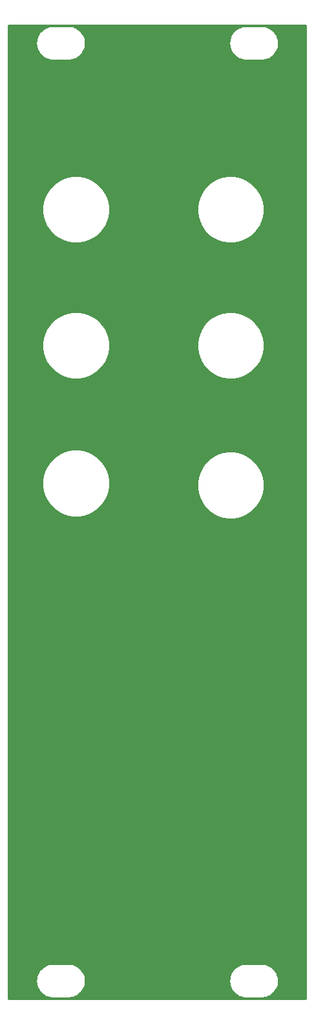
<source format=gbr>
G04 #@! TF.GenerationSoftware,KiCad,Pcbnew,(5.1.5-0)*
G04 #@! TF.CreationDate,2021-01-11T19:07:23-08:00*
G04 #@! TF.ProjectId,dualtimbre,6475616c-7469-46d6-9272-652e6b696361,rev?*
G04 #@! TF.SameCoordinates,Original*
G04 #@! TF.FileFunction,Copper,L2,Bot*
G04 #@! TF.FilePolarity,Positive*
%FSLAX46Y46*%
G04 Gerber Fmt 4.6, Leading zero omitted, Abs format (unit mm)*
G04 Created by KiCad (PCBNEW (5.1.5-0)) date 2021-01-11 19:07:23*
%MOMM*%
%LPD*%
G04 APERTURE LIST*
%ADD10C,6.100000*%
%ADD11C,0.254000*%
G04 APERTURE END LIST*
D10*
X34750000Y-97750000D03*
X14750000Y-97750000D03*
X4750000Y-82250000D03*
X14750000Y-82250000D03*
X34750000Y-82250000D03*
X24750000Y-82250000D03*
D11*
G36*
X39640001Y-127840000D02*
G01*
X660000Y-127840000D01*
X660000Y-125451353D01*
X4242755Y-125451353D01*
X4243173Y-125511171D01*
X4242755Y-125570988D01*
X4243655Y-125580160D01*
X4276296Y-125890715D01*
X4288320Y-125949291D01*
X4299532Y-126008070D01*
X4302196Y-126016892D01*
X4394535Y-126315192D01*
X4417715Y-126370335D01*
X4440124Y-126425800D01*
X4444451Y-126433937D01*
X4592972Y-126708621D01*
X4626417Y-126758205D01*
X4659177Y-126808268D01*
X4665001Y-126815409D01*
X4864047Y-127056013D01*
X4906482Y-127098154D01*
X4948346Y-127140903D01*
X4955446Y-127146777D01*
X5197435Y-127344138D01*
X5247259Y-127377241D01*
X5296615Y-127411036D01*
X5304721Y-127415419D01*
X5580435Y-127562019D01*
X5635704Y-127584799D01*
X5690724Y-127608381D01*
X5699527Y-127611105D01*
X5998465Y-127701359D01*
X6057138Y-127712976D01*
X6115655Y-127725415D01*
X6124820Y-127726378D01*
X6435594Y-127756850D01*
X6435598Y-127756850D01*
X6467581Y-127760000D01*
X8532419Y-127760000D01*
X8565986Y-127756694D01*
X8586744Y-127756694D01*
X8595909Y-127755731D01*
X8906228Y-127720923D01*
X8964731Y-127708487D01*
X9023419Y-127696867D01*
X9032222Y-127694142D01*
X9329870Y-127599723D01*
X9384792Y-127576183D01*
X9440159Y-127553363D01*
X9448265Y-127548979D01*
X9721904Y-127398544D01*
X9771217Y-127364779D01*
X9821088Y-127331645D01*
X9828188Y-127325770D01*
X10067397Y-127125049D01*
X10109241Y-127082320D01*
X10151694Y-127040162D01*
X10157519Y-127033020D01*
X10353185Y-126789660D01*
X10385938Y-126739608D01*
X10419391Y-126690013D01*
X10423714Y-126681881D01*
X10423717Y-126681877D01*
X10423719Y-126681873D01*
X10568388Y-126405146D01*
X10590785Y-126349711D01*
X10613978Y-126294539D01*
X10616641Y-126285717D01*
X10704807Y-125986156D01*
X10716007Y-125927440D01*
X10728045Y-125868798D01*
X10728944Y-125859627D01*
X10757245Y-125548647D01*
X10756827Y-125488830D01*
X10757088Y-125451353D01*
X29542755Y-125451353D01*
X29543173Y-125511171D01*
X29542755Y-125570988D01*
X29543655Y-125580160D01*
X29576296Y-125890715D01*
X29588320Y-125949291D01*
X29599532Y-126008070D01*
X29602196Y-126016892D01*
X29694535Y-126315192D01*
X29717715Y-126370335D01*
X29740124Y-126425800D01*
X29744451Y-126433937D01*
X29892972Y-126708621D01*
X29926417Y-126758205D01*
X29959177Y-126808268D01*
X29965001Y-126815409D01*
X30164047Y-127056013D01*
X30206482Y-127098154D01*
X30248346Y-127140903D01*
X30255446Y-127146777D01*
X30497435Y-127344138D01*
X30547259Y-127377241D01*
X30596615Y-127411036D01*
X30604721Y-127415419D01*
X30880435Y-127562019D01*
X30935704Y-127584799D01*
X30990724Y-127608381D01*
X30999527Y-127611105D01*
X31298465Y-127701359D01*
X31357138Y-127712976D01*
X31415655Y-127725415D01*
X31424820Y-127726378D01*
X31735594Y-127756850D01*
X31735598Y-127756850D01*
X31767581Y-127760000D01*
X33832419Y-127760000D01*
X33865986Y-127756694D01*
X33886744Y-127756694D01*
X33895909Y-127755731D01*
X34206228Y-127720923D01*
X34264731Y-127708487D01*
X34323419Y-127696867D01*
X34332222Y-127694142D01*
X34629870Y-127599723D01*
X34684792Y-127576183D01*
X34740159Y-127553363D01*
X34748265Y-127548979D01*
X35021904Y-127398544D01*
X35071217Y-127364779D01*
X35121088Y-127331645D01*
X35128188Y-127325770D01*
X35367397Y-127125049D01*
X35409241Y-127082320D01*
X35451694Y-127040162D01*
X35457519Y-127033020D01*
X35653185Y-126789660D01*
X35685938Y-126739608D01*
X35719391Y-126690013D01*
X35723714Y-126681881D01*
X35723717Y-126681877D01*
X35723719Y-126681873D01*
X35868388Y-126405146D01*
X35890785Y-126349711D01*
X35913978Y-126294539D01*
X35916641Y-126285717D01*
X36004807Y-125986156D01*
X36016007Y-125927440D01*
X36028045Y-125868798D01*
X36028944Y-125859627D01*
X36057245Y-125548647D01*
X36056827Y-125488829D01*
X36057245Y-125429012D01*
X36056345Y-125419841D01*
X36023704Y-125109285D01*
X36011680Y-125050709D01*
X36000468Y-124991930D01*
X35997804Y-124983108D01*
X35905465Y-124684808D01*
X35882280Y-124629653D01*
X35859876Y-124574200D01*
X35855549Y-124566064D01*
X35855549Y-124566063D01*
X35855546Y-124566059D01*
X35707028Y-124291379D01*
X35673583Y-124241795D01*
X35640823Y-124191732D01*
X35634999Y-124184591D01*
X35435954Y-123943987D01*
X35393535Y-123901863D01*
X35351655Y-123859097D01*
X35344554Y-123853223D01*
X35102565Y-123655862D01*
X35052741Y-123622759D01*
X35003385Y-123588964D01*
X34995279Y-123584581D01*
X34719566Y-123437981D01*
X34664269Y-123415189D01*
X34609275Y-123391619D01*
X34600472Y-123388895D01*
X34301535Y-123298641D01*
X34242862Y-123287024D01*
X34184345Y-123274585D01*
X34175180Y-123273622D01*
X33864405Y-123243150D01*
X33864402Y-123243150D01*
X33832419Y-123240000D01*
X31767581Y-123240000D01*
X31734014Y-123243306D01*
X31713256Y-123243306D01*
X31704091Y-123244269D01*
X31393771Y-123279077D01*
X31335298Y-123291506D01*
X31276581Y-123303132D01*
X31267778Y-123305858D01*
X30970130Y-123400277D01*
X30915147Y-123423843D01*
X30859841Y-123446638D01*
X30851735Y-123451021D01*
X30578095Y-123601456D01*
X30528748Y-123635245D01*
X30478913Y-123668355D01*
X30471812Y-123674229D01*
X30232603Y-123874951D01*
X30190759Y-123917681D01*
X30148305Y-123959839D01*
X30142481Y-123966980D01*
X29946814Y-124210340D01*
X29914055Y-124260400D01*
X29880609Y-124309986D01*
X29876283Y-124318123D01*
X29731612Y-124594854D01*
X29709215Y-124650289D01*
X29686022Y-124705461D01*
X29683359Y-124714283D01*
X29595193Y-125013844D01*
X29583993Y-125072560D01*
X29571955Y-125131202D01*
X29571056Y-125140373D01*
X29542755Y-125451353D01*
X10757088Y-125451353D01*
X10757245Y-125429012D01*
X10756345Y-125419841D01*
X10723704Y-125109285D01*
X10711680Y-125050709D01*
X10700468Y-124991930D01*
X10697804Y-124983108D01*
X10605465Y-124684808D01*
X10582280Y-124629653D01*
X10559876Y-124574200D01*
X10555549Y-124566064D01*
X10555549Y-124566063D01*
X10555546Y-124566059D01*
X10407028Y-124291379D01*
X10373583Y-124241795D01*
X10340823Y-124191732D01*
X10334999Y-124184591D01*
X10135954Y-123943987D01*
X10093535Y-123901863D01*
X10051655Y-123859097D01*
X10044554Y-123853223D01*
X9802565Y-123655862D01*
X9752741Y-123622759D01*
X9703385Y-123588964D01*
X9695279Y-123584581D01*
X9419566Y-123437981D01*
X9364269Y-123415189D01*
X9309275Y-123391619D01*
X9300472Y-123388895D01*
X9001535Y-123298641D01*
X8942862Y-123287024D01*
X8884345Y-123274585D01*
X8875180Y-123273622D01*
X8564405Y-123243150D01*
X8564402Y-123243150D01*
X8532419Y-123240000D01*
X6467581Y-123240000D01*
X6434014Y-123243306D01*
X6413256Y-123243306D01*
X6404091Y-123244269D01*
X6093771Y-123279077D01*
X6035298Y-123291506D01*
X5976581Y-123303132D01*
X5967778Y-123305858D01*
X5670130Y-123400277D01*
X5615147Y-123423843D01*
X5559841Y-123446638D01*
X5551735Y-123451021D01*
X5278095Y-123601456D01*
X5228748Y-123635245D01*
X5178913Y-123668355D01*
X5171812Y-123674229D01*
X4932603Y-123874951D01*
X4890759Y-123917681D01*
X4848305Y-123959839D01*
X4842481Y-123966980D01*
X4646814Y-124210340D01*
X4614055Y-124260400D01*
X4580609Y-124309986D01*
X4576283Y-124318123D01*
X4431612Y-124594854D01*
X4409215Y-124650289D01*
X4386022Y-124705461D01*
X4383359Y-124714283D01*
X4295193Y-125013844D01*
X4283993Y-125072560D01*
X4271955Y-125131202D01*
X4271056Y-125140373D01*
X4242755Y-125451353D01*
X660000Y-125451353D01*
X660000Y-60065784D01*
X5091332Y-60065784D01*
X5091332Y-60934216D01*
X5260754Y-61785961D01*
X5593089Y-62588288D01*
X6075564Y-63310362D01*
X6689638Y-63924436D01*
X7411712Y-64406911D01*
X8214039Y-64739246D01*
X9065784Y-64908668D01*
X9934216Y-64908668D01*
X10785961Y-64739246D01*
X11588288Y-64406911D01*
X12310362Y-63924436D01*
X12924436Y-63310362D01*
X13406911Y-62588288D01*
X13739246Y-61785961D01*
X13908668Y-60934216D01*
X13908668Y-60315784D01*
X25341332Y-60315784D01*
X25341332Y-61184216D01*
X25510754Y-62035961D01*
X25843089Y-62838288D01*
X26325564Y-63560362D01*
X26939638Y-64174436D01*
X27661712Y-64656911D01*
X28464039Y-64989246D01*
X29315784Y-65158668D01*
X30184216Y-65158668D01*
X31035961Y-64989246D01*
X31838288Y-64656911D01*
X32560362Y-64174436D01*
X33174436Y-63560362D01*
X33656911Y-62838288D01*
X33989246Y-62035961D01*
X34158668Y-61184216D01*
X34158668Y-60315784D01*
X33989246Y-59464039D01*
X33656911Y-58661712D01*
X33174436Y-57939638D01*
X32560362Y-57325564D01*
X31838288Y-56843089D01*
X31035961Y-56510754D01*
X30184216Y-56341332D01*
X29315784Y-56341332D01*
X28464039Y-56510754D01*
X27661712Y-56843089D01*
X26939638Y-57325564D01*
X26325564Y-57939638D01*
X25843089Y-58661712D01*
X25510754Y-59464039D01*
X25341332Y-60315784D01*
X13908668Y-60315784D01*
X13908668Y-60065784D01*
X13739246Y-59214039D01*
X13406911Y-58411712D01*
X12924436Y-57689638D01*
X12310362Y-57075564D01*
X11588288Y-56593089D01*
X10785961Y-56260754D01*
X9934216Y-56091332D01*
X9065784Y-56091332D01*
X8214039Y-56260754D01*
X7411712Y-56593089D01*
X6689638Y-57075564D01*
X6075564Y-57689638D01*
X5593089Y-58411712D01*
X5260754Y-59214039D01*
X5091332Y-60065784D01*
X660000Y-60065784D01*
X660000Y-42065784D01*
X5091332Y-42065784D01*
X5091332Y-42934216D01*
X5260754Y-43785961D01*
X5593089Y-44588288D01*
X6075564Y-45310362D01*
X6689638Y-45924436D01*
X7411712Y-46406911D01*
X8214039Y-46739246D01*
X9065784Y-46908668D01*
X9934216Y-46908668D01*
X10785961Y-46739246D01*
X11588288Y-46406911D01*
X12310362Y-45924436D01*
X12924436Y-45310362D01*
X13406911Y-44588288D01*
X13739246Y-43785961D01*
X13908668Y-42934216D01*
X13908668Y-42065784D01*
X25341332Y-42065784D01*
X25341332Y-42934216D01*
X25510754Y-43785961D01*
X25843089Y-44588288D01*
X26325564Y-45310362D01*
X26939638Y-45924436D01*
X27661712Y-46406911D01*
X28464039Y-46739246D01*
X29315784Y-46908668D01*
X30184216Y-46908668D01*
X31035961Y-46739246D01*
X31838288Y-46406911D01*
X32560362Y-45924436D01*
X33174436Y-45310362D01*
X33656911Y-44588288D01*
X33989246Y-43785961D01*
X34158668Y-42934216D01*
X34158668Y-42065784D01*
X33989246Y-41214039D01*
X33656911Y-40411712D01*
X33174436Y-39689638D01*
X32560362Y-39075564D01*
X31838288Y-38593089D01*
X31035961Y-38260754D01*
X30184216Y-38091332D01*
X29315784Y-38091332D01*
X28464039Y-38260754D01*
X27661712Y-38593089D01*
X26939638Y-39075564D01*
X26325564Y-39689638D01*
X25843089Y-40411712D01*
X25510754Y-41214039D01*
X25341332Y-42065784D01*
X13908668Y-42065784D01*
X13739246Y-41214039D01*
X13406911Y-40411712D01*
X12924436Y-39689638D01*
X12310362Y-39075564D01*
X11588288Y-38593089D01*
X10785961Y-38260754D01*
X9934216Y-38091332D01*
X9065784Y-38091332D01*
X8214039Y-38260754D01*
X7411712Y-38593089D01*
X6689638Y-39075564D01*
X6075564Y-39689638D01*
X5593089Y-40411712D01*
X5260754Y-41214039D01*
X5091332Y-42065784D01*
X660000Y-42065784D01*
X660000Y-24315784D01*
X5091332Y-24315784D01*
X5091332Y-25184216D01*
X5260754Y-26035961D01*
X5593089Y-26838288D01*
X6075564Y-27560362D01*
X6689638Y-28174436D01*
X7411712Y-28656911D01*
X8214039Y-28989246D01*
X9065784Y-29158668D01*
X9934216Y-29158668D01*
X10785961Y-28989246D01*
X11588288Y-28656911D01*
X12310362Y-28174436D01*
X12924436Y-27560362D01*
X13406911Y-26838288D01*
X13739246Y-26035961D01*
X13908668Y-25184216D01*
X13908668Y-24315784D01*
X25341332Y-24315784D01*
X25341332Y-25184216D01*
X25510754Y-26035961D01*
X25843089Y-26838288D01*
X26325564Y-27560362D01*
X26939638Y-28174436D01*
X27661712Y-28656911D01*
X28464039Y-28989246D01*
X29315784Y-29158668D01*
X30184216Y-29158668D01*
X31035961Y-28989246D01*
X31838288Y-28656911D01*
X32560362Y-28174436D01*
X33174436Y-27560362D01*
X33656911Y-26838288D01*
X33989246Y-26035961D01*
X34158668Y-25184216D01*
X34158668Y-24315784D01*
X33989246Y-23464039D01*
X33656911Y-22661712D01*
X33174436Y-21939638D01*
X32560362Y-21325564D01*
X31838288Y-20843089D01*
X31035961Y-20510754D01*
X30184216Y-20341332D01*
X29315784Y-20341332D01*
X28464039Y-20510754D01*
X27661712Y-20843089D01*
X26939638Y-21325564D01*
X26325564Y-21939638D01*
X25843089Y-22661712D01*
X25510754Y-23464039D01*
X25341332Y-24315784D01*
X13908668Y-24315784D01*
X13739246Y-23464039D01*
X13406911Y-22661712D01*
X12924436Y-21939638D01*
X12310362Y-21325564D01*
X11588288Y-20843089D01*
X10785961Y-20510754D01*
X9934216Y-20341332D01*
X9065784Y-20341332D01*
X8214039Y-20510754D01*
X7411712Y-20843089D01*
X6689638Y-21325564D01*
X6075564Y-21939638D01*
X5593089Y-22661712D01*
X5260754Y-23464039D01*
X5091332Y-24315784D01*
X660000Y-24315784D01*
X660000Y-2951353D01*
X4242755Y-2951353D01*
X4243173Y-3011171D01*
X4242755Y-3070988D01*
X4243655Y-3080160D01*
X4276296Y-3390715D01*
X4288320Y-3449291D01*
X4299532Y-3508070D01*
X4302196Y-3516892D01*
X4394535Y-3815192D01*
X4417715Y-3870335D01*
X4440124Y-3925800D01*
X4444451Y-3933937D01*
X4592972Y-4208621D01*
X4626417Y-4258205D01*
X4659177Y-4308268D01*
X4665001Y-4315409D01*
X4864047Y-4556013D01*
X4906482Y-4598154D01*
X4948346Y-4640903D01*
X4955446Y-4646777D01*
X5197435Y-4844138D01*
X5247259Y-4877241D01*
X5296615Y-4911036D01*
X5304721Y-4915419D01*
X5580435Y-5062019D01*
X5635704Y-5084799D01*
X5690724Y-5108381D01*
X5699527Y-5111105D01*
X5998465Y-5201359D01*
X6057138Y-5212976D01*
X6115655Y-5225415D01*
X6124820Y-5226378D01*
X6435594Y-5256850D01*
X6435598Y-5256850D01*
X6467581Y-5260000D01*
X8532419Y-5260000D01*
X8565986Y-5256694D01*
X8586744Y-5256694D01*
X8595909Y-5255731D01*
X8906228Y-5220923D01*
X8964731Y-5208487D01*
X9023419Y-5196867D01*
X9032222Y-5194142D01*
X9329870Y-5099723D01*
X9384792Y-5076183D01*
X9440159Y-5053363D01*
X9448265Y-5048979D01*
X9721904Y-4898544D01*
X9771217Y-4864779D01*
X9821088Y-4831645D01*
X9828188Y-4825770D01*
X10067397Y-4625049D01*
X10109241Y-4582320D01*
X10151694Y-4540162D01*
X10157519Y-4533020D01*
X10353185Y-4289660D01*
X10385938Y-4239608D01*
X10419391Y-4190013D01*
X10423714Y-4181881D01*
X10423717Y-4181877D01*
X10423719Y-4181873D01*
X10568388Y-3905146D01*
X10590785Y-3849711D01*
X10613978Y-3794539D01*
X10616641Y-3785717D01*
X10704807Y-3486156D01*
X10716007Y-3427440D01*
X10728045Y-3368798D01*
X10728944Y-3359627D01*
X10757245Y-3048647D01*
X10756827Y-2988830D01*
X10757088Y-2951353D01*
X29542755Y-2951353D01*
X29543173Y-3011171D01*
X29542755Y-3070988D01*
X29543655Y-3080160D01*
X29576296Y-3390715D01*
X29588320Y-3449291D01*
X29599532Y-3508070D01*
X29602196Y-3516892D01*
X29694535Y-3815192D01*
X29717715Y-3870335D01*
X29740124Y-3925800D01*
X29744451Y-3933937D01*
X29892972Y-4208621D01*
X29926417Y-4258205D01*
X29959177Y-4308268D01*
X29965001Y-4315409D01*
X30164047Y-4556013D01*
X30206482Y-4598154D01*
X30248346Y-4640903D01*
X30255446Y-4646777D01*
X30497435Y-4844138D01*
X30547259Y-4877241D01*
X30596615Y-4911036D01*
X30604721Y-4915419D01*
X30880435Y-5062019D01*
X30935704Y-5084799D01*
X30990724Y-5108381D01*
X30999527Y-5111105D01*
X31298465Y-5201359D01*
X31357138Y-5212976D01*
X31415655Y-5225415D01*
X31424820Y-5226378D01*
X31735594Y-5256850D01*
X31735598Y-5256850D01*
X31767581Y-5260000D01*
X33832419Y-5260000D01*
X33865986Y-5256694D01*
X33886744Y-5256694D01*
X33895909Y-5255731D01*
X34206228Y-5220923D01*
X34264731Y-5208487D01*
X34323419Y-5196867D01*
X34332222Y-5194142D01*
X34629870Y-5099723D01*
X34684792Y-5076183D01*
X34740159Y-5053363D01*
X34748265Y-5048979D01*
X35021904Y-4898544D01*
X35071217Y-4864779D01*
X35121088Y-4831645D01*
X35128188Y-4825770D01*
X35367397Y-4625049D01*
X35409241Y-4582320D01*
X35451694Y-4540162D01*
X35457519Y-4533020D01*
X35653185Y-4289660D01*
X35685938Y-4239608D01*
X35719391Y-4190013D01*
X35723714Y-4181881D01*
X35723717Y-4181877D01*
X35723719Y-4181873D01*
X35868388Y-3905146D01*
X35890785Y-3849711D01*
X35913978Y-3794539D01*
X35916641Y-3785717D01*
X36004807Y-3486156D01*
X36016007Y-3427440D01*
X36028045Y-3368798D01*
X36028944Y-3359627D01*
X36057245Y-3048647D01*
X36056827Y-2988829D01*
X36057245Y-2929012D01*
X36056345Y-2919841D01*
X36023704Y-2609285D01*
X36011680Y-2550709D01*
X36000468Y-2491930D01*
X35997804Y-2483108D01*
X35905465Y-2184808D01*
X35882280Y-2129653D01*
X35859876Y-2074200D01*
X35855549Y-2066064D01*
X35855549Y-2066063D01*
X35855546Y-2066059D01*
X35707028Y-1791379D01*
X35673583Y-1741795D01*
X35640823Y-1691732D01*
X35634999Y-1684591D01*
X35435954Y-1443987D01*
X35393535Y-1401863D01*
X35351655Y-1359097D01*
X35344554Y-1353223D01*
X35102565Y-1155862D01*
X35052741Y-1122759D01*
X35003385Y-1088964D01*
X34995279Y-1084581D01*
X34719566Y-937981D01*
X34664269Y-915189D01*
X34609275Y-891619D01*
X34600472Y-888895D01*
X34301535Y-798641D01*
X34242862Y-787024D01*
X34184345Y-774585D01*
X34175180Y-773622D01*
X33864405Y-743150D01*
X33864402Y-743150D01*
X33832419Y-740000D01*
X31767581Y-740000D01*
X31734014Y-743306D01*
X31713256Y-743306D01*
X31704091Y-744269D01*
X31393771Y-779077D01*
X31335298Y-791506D01*
X31276581Y-803132D01*
X31267778Y-805858D01*
X30970130Y-900277D01*
X30915147Y-923843D01*
X30859841Y-946638D01*
X30851735Y-951021D01*
X30578095Y-1101456D01*
X30528748Y-1135245D01*
X30478913Y-1168355D01*
X30471812Y-1174229D01*
X30232603Y-1374951D01*
X30190759Y-1417681D01*
X30148305Y-1459839D01*
X30142481Y-1466980D01*
X29946814Y-1710340D01*
X29914055Y-1760400D01*
X29880609Y-1809986D01*
X29876283Y-1818123D01*
X29731612Y-2094854D01*
X29709215Y-2150289D01*
X29686022Y-2205461D01*
X29683359Y-2214283D01*
X29595193Y-2513844D01*
X29583993Y-2572560D01*
X29571955Y-2631202D01*
X29571056Y-2640373D01*
X29542755Y-2951353D01*
X10757088Y-2951353D01*
X10757245Y-2929012D01*
X10756345Y-2919841D01*
X10723704Y-2609285D01*
X10711680Y-2550709D01*
X10700468Y-2491930D01*
X10697804Y-2483108D01*
X10605465Y-2184808D01*
X10582280Y-2129653D01*
X10559876Y-2074200D01*
X10555549Y-2066064D01*
X10555549Y-2066063D01*
X10555546Y-2066059D01*
X10407028Y-1791379D01*
X10373583Y-1741795D01*
X10340823Y-1691732D01*
X10334999Y-1684591D01*
X10135954Y-1443987D01*
X10093535Y-1401863D01*
X10051655Y-1359097D01*
X10044554Y-1353223D01*
X9802565Y-1155862D01*
X9752741Y-1122759D01*
X9703385Y-1088964D01*
X9695279Y-1084581D01*
X9419566Y-937981D01*
X9364269Y-915189D01*
X9309275Y-891619D01*
X9300472Y-888895D01*
X9001535Y-798641D01*
X8942862Y-787024D01*
X8884345Y-774585D01*
X8875180Y-773622D01*
X8564405Y-743150D01*
X8564402Y-743150D01*
X8532419Y-740000D01*
X6467581Y-740000D01*
X6434014Y-743306D01*
X6413256Y-743306D01*
X6404091Y-744269D01*
X6093771Y-779077D01*
X6035298Y-791506D01*
X5976581Y-803132D01*
X5967778Y-805858D01*
X5670130Y-900277D01*
X5615147Y-923843D01*
X5559841Y-946638D01*
X5551735Y-951021D01*
X5278095Y-1101456D01*
X5228748Y-1135245D01*
X5178913Y-1168355D01*
X5171812Y-1174229D01*
X4932603Y-1374951D01*
X4890759Y-1417681D01*
X4848305Y-1459839D01*
X4842481Y-1466980D01*
X4646814Y-1710340D01*
X4614055Y-1760400D01*
X4580609Y-1809986D01*
X4576283Y-1818123D01*
X4431612Y-2094854D01*
X4409215Y-2150289D01*
X4386022Y-2205461D01*
X4383359Y-2214283D01*
X4295193Y-2513844D01*
X4283993Y-2572560D01*
X4271955Y-2631202D01*
X4271056Y-2640373D01*
X4242755Y-2951353D01*
X660000Y-2951353D01*
X660000Y-660000D01*
X39640000Y-660000D01*
X39640001Y-127840000D01*
G37*
X39640001Y-127840000D02*
X660000Y-127840000D01*
X660000Y-125451353D01*
X4242755Y-125451353D01*
X4243173Y-125511171D01*
X4242755Y-125570988D01*
X4243655Y-125580160D01*
X4276296Y-125890715D01*
X4288320Y-125949291D01*
X4299532Y-126008070D01*
X4302196Y-126016892D01*
X4394535Y-126315192D01*
X4417715Y-126370335D01*
X4440124Y-126425800D01*
X4444451Y-126433937D01*
X4592972Y-126708621D01*
X4626417Y-126758205D01*
X4659177Y-126808268D01*
X4665001Y-126815409D01*
X4864047Y-127056013D01*
X4906482Y-127098154D01*
X4948346Y-127140903D01*
X4955446Y-127146777D01*
X5197435Y-127344138D01*
X5247259Y-127377241D01*
X5296615Y-127411036D01*
X5304721Y-127415419D01*
X5580435Y-127562019D01*
X5635704Y-127584799D01*
X5690724Y-127608381D01*
X5699527Y-127611105D01*
X5998465Y-127701359D01*
X6057138Y-127712976D01*
X6115655Y-127725415D01*
X6124820Y-127726378D01*
X6435594Y-127756850D01*
X6435598Y-127756850D01*
X6467581Y-127760000D01*
X8532419Y-127760000D01*
X8565986Y-127756694D01*
X8586744Y-127756694D01*
X8595909Y-127755731D01*
X8906228Y-127720923D01*
X8964731Y-127708487D01*
X9023419Y-127696867D01*
X9032222Y-127694142D01*
X9329870Y-127599723D01*
X9384792Y-127576183D01*
X9440159Y-127553363D01*
X9448265Y-127548979D01*
X9721904Y-127398544D01*
X9771217Y-127364779D01*
X9821088Y-127331645D01*
X9828188Y-127325770D01*
X10067397Y-127125049D01*
X10109241Y-127082320D01*
X10151694Y-127040162D01*
X10157519Y-127033020D01*
X10353185Y-126789660D01*
X10385938Y-126739608D01*
X10419391Y-126690013D01*
X10423714Y-126681881D01*
X10423717Y-126681877D01*
X10423719Y-126681873D01*
X10568388Y-126405146D01*
X10590785Y-126349711D01*
X10613978Y-126294539D01*
X10616641Y-126285717D01*
X10704807Y-125986156D01*
X10716007Y-125927440D01*
X10728045Y-125868798D01*
X10728944Y-125859627D01*
X10757245Y-125548647D01*
X10756827Y-125488830D01*
X10757088Y-125451353D01*
X29542755Y-125451353D01*
X29543173Y-125511171D01*
X29542755Y-125570988D01*
X29543655Y-125580160D01*
X29576296Y-125890715D01*
X29588320Y-125949291D01*
X29599532Y-126008070D01*
X29602196Y-126016892D01*
X29694535Y-126315192D01*
X29717715Y-126370335D01*
X29740124Y-126425800D01*
X29744451Y-126433937D01*
X29892972Y-126708621D01*
X29926417Y-126758205D01*
X29959177Y-126808268D01*
X29965001Y-126815409D01*
X30164047Y-127056013D01*
X30206482Y-127098154D01*
X30248346Y-127140903D01*
X30255446Y-127146777D01*
X30497435Y-127344138D01*
X30547259Y-127377241D01*
X30596615Y-127411036D01*
X30604721Y-127415419D01*
X30880435Y-127562019D01*
X30935704Y-127584799D01*
X30990724Y-127608381D01*
X30999527Y-127611105D01*
X31298465Y-127701359D01*
X31357138Y-127712976D01*
X31415655Y-127725415D01*
X31424820Y-127726378D01*
X31735594Y-127756850D01*
X31735598Y-127756850D01*
X31767581Y-127760000D01*
X33832419Y-127760000D01*
X33865986Y-127756694D01*
X33886744Y-127756694D01*
X33895909Y-127755731D01*
X34206228Y-127720923D01*
X34264731Y-127708487D01*
X34323419Y-127696867D01*
X34332222Y-127694142D01*
X34629870Y-127599723D01*
X34684792Y-127576183D01*
X34740159Y-127553363D01*
X34748265Y-127548979D01*
X35021904Y-127398544D01*
X35071217Y-127364779D01*
X35121088Y-127331645D01*
X35128188Y-127325770D01*
X35367397Y-127125049D01*
X35409241Y-127082320D01*
X35451694Y-127040162D01*
X35457519Y-127033020D01*
X35653185Y-126789660D01*
X35685938Y-126739608D01*
X35719391Y-126690013D01*
X35723714Y-126681881D01*
X35723717Y-126681877D01*
X35723719Y-126681873D01*
X35868388Y-126405146D01*
X35890785Y-126349711D01*
X35913978Y-126294539D01*
X35916641Y-126285717D01*
X36004807Y-125986156D01*
X36016007Y-125927440D01*
X36028045Y-125868798D01*
X36028944Y-125859627D01*
X36057245Y-125548647D01*
X36056827Y-125488829D01*
X36057245Y-125429012D01*
X36056345Y-125419841D01*
X36023704Y-125109285D01*
X36011680Y-125050709D01*
X36000468Y-124991930D01*
X35997804Y-124983108D01*
X35905465Y-124684808D01*
X35882280Y-124629653D01*
X35859876Y-124574200D01*
X35855549Y-124566064D01*
X35855549Y-124566063D01*
X35855546Y-124566059D01*
X35707028Y-124291379D01*
X35673583Y-124241795D01*
X35640823Y-124191732D01*
X35634999Y-124184591D01*
X35435954Y-123943987D01*
X35393535Y-123901863D01*
X35351655Y-123859097D01*
X35344554Y-123853223D01*
X35102565Y-123655862D01*
X35052741Y-123622759D01*
X35003385Y-123588964D01*
X34995279Y-123584581D01*
X34719566Y-123437981D01*
X34664269Y-123415189D01*
X34609275Y-123391619D01*
X34600472Y-123388895D01*
X34301535Y-123298641D01*
X34242862Y-123287024D01*
X34184345Y-123274585D01*
X34175180Y-123273622D01*
X33864405Y-123243150D01*
X33864402Y-123243150D01*
X33832419Y-123240000D01*
X31767581Y-123240000D01*
X31734014Y-123243306D01*
X31713256Y-123243306D01*
X31704091Y-123244269D01*
X31393771Y-123279077D01*
X31335298Y-123291506D01*
X31276581Y-123303132D01*
X31267778Y-123305858D01*
X30970130Y-123400277D01*
X30915147Y-123423843D01*
X30859841Y-123446638D01*
X30851735Y-123451021D01*
X30578095Y-123601456D01*
X30528748Y-123635245D01*
X30478913Y-123668355D01*
X30471812Y-123674229D01*
X30232603Y-123874951D01*
X30190759Y-123917681D01*
X30148305Y-123959839D01*
X30142481Y-123966980D01*
X29946814Y-124210340D01*
X29914055Y-124260400D01*
X29880609Y-124309986D01*
X29876283Y-124318123D01*
X29731612Y-124594854D01*
X29709215Y-124650289D01*
X29686022Y-124705461D01*
X29683359Y-124714283D01*
X29595193Y-125013844D01*
X29583993Y-125072560D01*
X29571955Y-125131202D01*
X29571056Y-125140373D01*
X29542755Y-125451353D01*
X10757088Y-125451353D01*
X10757245Y-125429012D01*
X10756345Y-125419841D01*
X10723704Y-125109285D01*
X10711680Y-125050709D01*
X10700468Y-124991930D01*
X10697804Y-124983108D01*
X10605465Y-124684808D01*
X10582280Y-124629653D01*
X10559876Y-124574200D01*
X10555549Y-124566064D01*
X10555549Y-124566063D01*
X10555546Y-124566059D01*
X10407028Y-124291379D01*
X10373583Y-124241795D01*
X10340823Y-124191732D01*
X10334999Y-124184591D01*
X10135954Y-123943987D01*
X10093535Y-123901863D01*
X10051655Y-123859097D01*
X10044554Y-123853223D01*
X9802565Y-123655862D01*
X9752741Y-123622759D01*
X9703385Y-123588964D01*
X9695279Y-123584581D01*
X9419566Y-123437981D01*
X9364269Y-123415189D01*
X9309275Y-123391619D01*
X9300472Y-123388895D01*
X9001535Y-123298641D01*
X8942862Y-123287024D01*
X8884345Y-123274585D01*
X8875180Y-123273622D01*
X8564405Y-123243150D01*
X8564402Y-123243150D01*
X8532419Y-123240000D01*
X6467581Y-123240000D01*
X6434014Y-123243306D01*
X6413256Y-123243306D01*
X6404091Y-123244269D01*
X6093771Y-123279077D01*
X6035298Y-123291506D01*
X5976581Y-123303132D01*
X5967778Y-123305858D01*
X5670130Y-123400277D01*
X5615147Y-123423843D01*
X5559841Y-123446638D01*
X5551735Y-123451021D01*
X5278095Y-123601456D01*
X5228748Y-123635245D01*
X5178913Y-123668355D01*
X5171812Y-123674229D01*
X4932603Y-123874951D01*
X4890759Y-123917681D01*
X4848305Y-123959839D01*
X4842481Y-123966980D01*
X4646814Y-124210340D01*
X4614055Y-124260400D01*
X4580609Y-124309986D01*
X4576283Y-124318123D01*
X4431612Y-124594854D01*
X4409215Y-124650289D01*
X4386022Y-124705461D01*
X4383359Y-124714283D01*
X4295193Y-125013844D01*
X4283993Y-125072560D01*
X4271955Y-125131202D01*
X4271056Y-125140373D01*
X4242755Y-125451353D01*
X660000Y-125451353D01*
X660000Y-60065784D01*
X5091332Y-60065784D01*
X5091332Y-60934216D01*
X5260754Y-61785961D01*
X5593089Y-62588288D01*
X6075564Y-63310362D01*
X6689638Y-63924436D01*
X7411712Y-64406911D01*
X8214039Y-64739246D01*
X9065784Y-64908668D01*
X9934216Y-64908668D01*
X10785961Y-64739246D01*
X11588288Y-64406911D01*
X12310362Y-63924436D01*
X12924436Y-63310362D01*
X13406911Y-62588288D01*
X13739246Y-61785961D01*
X13908668Y-60934216D01*
X13908668Y-60315784D01*
X25341332Y-60315784D01*
X25341332Y-61184216D01*
X25510754Y-62035961D01*
X25843089Y-62838288D01*
X26325564Y-63560362D01*
X26939638Y-64174436D01*
X27661712Y-64656911D01*
X28464039Y-64989246D01*
X29315784Y-65158668D01*
X30184216Y-65158668D01*
X31035961Y-64989246D01*
X31838288Y-64656911D01*
X32560362Y-64174436D01*
X33174436Y-63560362D01*
X33656911Y-62838288D01*
X33989246Y-62035961D01*
X34158668Y-61184216D01*
X34158668Y-60315784D01*
X33989246Y-59464039D01*
X33656911Y-58661712D01*
X33174436Y-57939638D01*
X32560362Y-57325564D01*
X31838288Y-56843089D01*
X31035961Y-56510754D01*
X30184216Y-56341332D01*
X29315784Y-56341332D01*
X28464039Y-56510754D01*
X27661712Y-56843089D01*
X26939638Y-57325564D01*
X26325564Y-57939638D01*
X25843089Y-58661712D01*
X25510754Y-59464039D01*
X25341332Y-60315784D01*
X13908668Y-60315784D01*
X13908668Y-60065784D01*
X13739246Y-59214039D01*
X13406911Y-58411712D01*
X12924436Y-57689638D01*
X12310362Y-57075564D01*
X11588288Y-56593089D01*
X10785961Y-56260754D01*
X9934216Y-56091332D01*
X9065784Y-56091332D01*
X8214039Y-56260754D01*
X7411712Y-56593089D01*
X6689638Y-57075564D01*
X6075564Y-57689638D01*
X5593089Y-58411712D01*
X5260754Y-59214039D01*
X5091332Y-60065784D01*
X660000Y-60065784D01*
X660000Y-42065784D01*
X5091332Y-42065784D01*
X5091332Y-42934216D01*
X5260754Y-43785961D01*
X5593089Y-44588288D01*
X6075564Y-45310362D01*
X6689638Y-45924436D01*
X7411712Y-46406911D01*
X8214039Y-46739246D01*
X9065784Y-46908668D01*
X9934216Y-46908668D01*
X10785961Y-46739246D01*
X11588288Y-46406911D01*
X12310362Y-45924436D01*
X12924436Y-45310362D01*
X13406911Y-44588288D01*
X13739246Y-43785961D01*
X13908668Y-42934216D01*
X13908668Y-42065784D01*
X25341332Y-42065784D01*
X25341332Y-42934216D01*
X25510754Y-43785961D01*
X25843089Y-44588288D01*
X26325564Y-45310362D01*
X26939638Y-45924436D01*
X27661712Y-46406911D01*
X28464039Y-46739246D01*
X29315784Y-46908668D01*
X30184216Y-46908668D01*
X31035961Y-46739246D01*
X31838288Y-46406911D01*
X32560362Y-45924436D01*
X33174436Y-45310362D01*
X33656911Y-44588288D01*
X33989246Y-43785961D01*
X34158668Y-42934216D01*
X34158668Y-42065784D01*
X33989246Y-41214039D01*
X33656911Y-40411712D01*
X33174436Y-39689638D01*
X32560362Y-39075564D01*
X31838288Y-38593089D01*
X31035961Y-38260754D01*
X30184216Y-38091332D01*
X29315784Y-38091332D01*
X28464039Y-38260754D01*
X27661712Y-38593089D01*
X26939638Y-39075564D01*
X26325564Y-39689638D01*
X25843089Y-40411712D01*
X25510754Y-41214039D01*
X25341332Y-42065784D01*
X13908668Y-42065784D01*
X13739246Y-41214039D01*
X13406911Y-40411712D01*
X12924436Y-39689638D01*
X12310362Y-39075564D01*
X11588288Y-38593089D01*
X10785961Y-38260754D01*
X9934216Y-38091332D01*
X9065784Y-38091332D01*
X8214039Y-38260754D01*
X7411712Y-38593089D01*
X6689638Y-39075564D01*
X6075564Y-39689638D01*
X5593089Y-40411712D01*
X5260754Y-41214039D01*
X5091332Y-42065784D01*
X660000Y-42065784D01*
X660000Y-24315784D01*
X5091332Y-24315784D01*
X5091332Y-25184216D01*
X5260754Y-26035961D01*
X5593089Y-26838288D01*
X6075564Y-27560362D01*
X6689638Y-28174436D01*
X7411712Y-28656911D01*
X8214039Y-28989246D01*
X9065784Y-29158668D01*
X9934216Y-29158668D01*
X10785961Y-28989246D01*
X11588288Y-28656911D01*
X12310362Y-28174436D01*
X12924436Y-27560362D01*
X13406911Y-26838288D01*
X13739246Y-26035961D01*
X13908668Y-25184216D01*
X13908668Y-24315784D01*
X25341332Y-24315784D01*
X25341332Y-25184216D01*
X25510754Y-26035961D01*
X25843089Y-26838288D01*
X26325564Y-27560362D01*
X26939638Y-28174436D01*
X27661712Y-28656911D01*
X28464039Y-28989246D01*
X29315784Y-29158668D01*
X30184216Y-29158668D01*
X31035961Y-28989246D01*
X31838288Y-28656911D01*
X32560362Y-28174436D01*
X33174436Y-27560362D01*
X33656911Y-26838288D01*
X33989246Y-26035961D01*
X34158668Y-25184216D01*
X34158668Y-24315784D01*
X33989246Y-23464039D01*
X33656911Y-22661712D01*
X33174436Y-21939638D01*
X32560362Y-21325564D01*
X31838288Y-20843089D01*
X31035961Y-20510754D01*
X30184216Y-20341332D01*
X29315784Y-20341332D01*
X28464039Y-20510754D01*
X27661712Y-20843089D01*
X26939638Y-21325564D01*
X26325564Y-21939638D01*
X25843089Y-22661712D01*
X25510754Y-23464039D01*
X25341332Y-24315784D01*
X13908668Y-24315784D01*
X13739246Y-23464039D01*
X13406911Y-22661712D01*
X12924436Y-21939638D01*
X12310362Y-21325564D01*
X11588288Y-20843089D01*
X10785961Y-20510754D01*
X9934216Y-20341332D01*
X9065784Y-20341332D01*
X8214039Y-20510754D01*
X7411712Y-20843089D01*
X6689638Y-21325564D01*
X6075564Y-21939638D01*
X5593089Y-22661712D01*
X5260754Y-23464039D01*
X5091332Y-24315784D01*
X660000Y-24315784D01*
X660000Y-2951353D01*
X4242755Y-2951353D01*
X4243173Y-3011171D01*
X4242755Y-3070988D01*
X4243655Y-3080160D01*
X4276296Y-3390715D01*
X4288320Y-3449291D01*
X4299532Y-3508070D01*
X4302196Y-3516892D01*
X4394535Y-3815192D01*
X4417715Y-3870335D01*
X4440124Y-3925800D01*
X4444451Y-3933937D01*
X4592972Y-4208621D01*
X4626417Y-4258205D01*
X4659177Y-4308268D01*
X4665001Y-4315409D01*
X4864047Y-4556013D01*
X4906482Y-4598154D01*
X4948346Y-4640903D01*
X4955446Y-4646777D01*
X5197435Y-4844138D01*
X5247259Y-4877241D01*
X5296615Y-4911036D01*
X5304721Y-4915419D01*
X5580435Y-5062019D01*
X5635704Y-5084799D01*
X5690724Y-5108381D01*
X5699527Y-5111105D01*
X5998465Y-5201359D01*
X6057138Y-5212976D01*
X6115655Y-5225415D01*
X6124820Y-5226378D01*
X6435594Y-5256850D01*
X6435598Y-5256850D01*
X6467581Y-5260000D01*
X8532419Y-5260000D01*
X8565986Y-5256694D01*
X8586744Y-5256694D01*
X8595909Y-5255731D01*
X8906228Y-5220923D01*
X8964731Y-5208487D01*
X9023419Y-5196867D01*
X9032222Y-5194142D01*
X9329870Y-5099723D01*
X9384792Y-5076183D01*
X9440159Y-5053363D01*
X9448265Y-5048979D01*
X9721904Y-4898544D01*
X9771217Y-4864779D01*
X9821088Y-4831645D01*
X9828188Y-4825770D01*
X10067397Y-4625049D01*
X10109241Y-4582320D01*
X10151694Y-4540162D01*
X10157519Y-4533020D01*
X10353185Y-4289660D01*
X10385938Y-4239608D01*
X10419391Y-4190013D01*
X10423714Y-4181881D01*
X10423717Y-4181877D01*
X10423719Y-4181873D01*
X10568388Y-3905146D01*
X10590785Y-3849711D01*
X10613978Y-3794539D01*
X10616641Y-3785717D01*
X10704807Y-3486156D01*
X10716007Y-3427440D01*
X10728045Y-3368798D01*
X10728944Y-3359627D01*
X10757245Y-3048647D01*
X10756827Y-2988830D01*
X10757088Y-2951353D01*
X29542755Y-2951353D01*
X29543173Y-3011171D01*
X29542755Y-3070988D01*
X29543655Y-3080160D01*
X29576296Y-3390715D01*
X29588320Y-3449291D01*
X29599532Y-3508070D01*
X29602196Y-3516892D01*
X29694535Y-3815192D01*
X29717715Y-3870335D01*
X29740124Y-3925800D01*
X29744451Y-3933937D01*
X29892972Y-4208621D01*
X29926417Y-4258205D01*
X29959177Y-4308268D01*
X29965001Y-4315409D01*
X30164047Y-4556013D01*
X30206482Y-4598154D01*
X30248346Y-4640903D01*
X30255446Y-4646777D01*
X30497435Y-4844138D01*
X30547259Y-4877241D01*
X30596615Y-4911036D01*
X30604721Y-4915419D01*
X30880435Y-5062019D01*
X30935704Y-5084799D01*
X30990724Y-5108381D01*
X30999527Y-5111105D01*
X31298465Y-5201359D01*
X31357138Y-5212976D01*
X31415655Y-5225415D01*
X31424820Y-5226378D01*
X31735594Y-5256850D01*
X31735598Y-5256850D01*
X31767581Y-5260000D01*
X33832419Y-5260000D01*
X33865986Y-5256694D01*
X33886744Y-5256694D01*
X33895909Y-5255731D01*
X34206228Y-5220923D01*
X34264731Y-5208487D01*
X34323419Y-5196867D01*
X34332222Y-5194142D01*
X34629870Y-5099723D01*
X34684792Y-5076183D01*
X34740159Y-5053363D01*
X34748265Y-5048979D01*
X35021904Y-4898544D01*
X35071217Y-4864779D01*
X35121088Y-4831645D01*
X35128188Y-4825770D01*
X35367397Y-4625049D01*
X35409241Y-4582320D01*
X35451694Y-4540162D01*
X35457519Y-4533020D01*
X35653185Y-4289660D01*
X35685938Y-4239608D01*
X35719391Y-4190013D01*
X35723714Y-4181881D01*
X35723717Y-4181877D01*
X35723719Y-4181873D01*
X35868388Y-3905146D01*
X35890785Y-3849711D01*
X35913978Y-3794539D01*
X35916641Y-3785717D01*
X36004807Y-3486156D01*
X36016007Y-3427440D01*
X36028045Y-3368798D01*
X36028944Y-3359627D01*
X36057245Y-3048647D01*
X36056827Y-2988829D01*
X36057245Y-2929012D01*
X36056345Y-2919841D01*
X36023704Y-2609285D01*
X36011680Y-2550709D01*
X36000468Y-2491930D01*
X35997804Y-2483108D01*
X35905465Y-2184808D01*
X35882280Y-2129653D01*
X35859876Y-2074200D01*
X35855549Y-2066064D01*
X35855549Y-2066063D01*
X35855546Y-2066059D01*
X35707028Y-1791379D01*
X35673583Y-1741795D01*
X35640823Y-1691732D01*
X35634999Y-1684591D01*
X35435954Y-1443987D01*
X35393535Y-1401863D01*
X35351655Y-1359097D01*
X35344554Y-1353223D01*
X35102565Y-1155862D01*
X35052741Y-1122759D01*
X35003385Y-1088964D01*
X34995279Y-1084581D01*
X34719566Y-937981D01*
X34664269Y-915189D01*
X34609275Y-891619D01*
X34600472Y-888895D01*
X34301535Y-798641D01*
X34242862Y-787024D01*
X34184345Y-774585D01*
X34175180Y-773622D01*
X33864405Y-743150D01*
X33864402Y-743150D01*
X33832419Y-740000D01*
X31767581Y-740000D01*
X31734014Y-743306D01*
X31713256Y-743306D01*
X31704091Y-744269D01*
X31393771Y-779077D01*
X31335298Y-791506D01*
X31276581Y-803132D01*
X31267778Y-805858D01*
X30970130Y-900277D01*
X30915147Y-923843D01*
X30859841Y-946638D01*
X30851735Y-951021D01*
X30578095Y-1101456D01*
X30528748Y-1135245D01*
X30478913Y-1168355D01*
X30471812Y-1174229D01*
X30232603Y-1374951D01*
X30190759Y-1417681D01*
X30148305Y-1459839D01*
X30142481Y-1466980D01*
X29946814Y-1710340D01*
X29914055Y-1760400D01*
X29880609Y-1809986D01*
X29876283Y-1818123D01*
X29731612Y-2094854D01*
X29709215Y-2150289D01*
X29686022Y-2205461D01*
X29683359Y-2214283D01*
X29595193Y-2513844D01*
X29583993Y-2572560D01*
X29571955Y-2631202D01*
X29571056Y-2640373D01*
X29542755Y-2951353D01*
X10757088Y-2951353D01*
X10757245Y-2929012D01*
X10756345Y-2919841D01*
X10723704Y-2609285D01*
X10711680Y-2550709D01*
X10700468Y-2491930D01*
X10697804Y-2483108D01*
X10605465Y-2184808D01*
X10582280Y-2129653D01*
X10559876Y-2074200D01*
X10555549Y-2066064D01*
X10555549Y-2066063D01*
X10555546Y-2066059D01*
X10407028Y-1791379D01*
X10373583Y-1741795D01*
X10340823Y-1691732D01*
X10334999Y-1684591D01*
X10135954Y-1443987D01*
X10093535Y-1401863D01*
X10051655Y-1359097D01*
X10044554Y-1353223D01*
X9802565Y-1155862D01*
X9752741Y-1122759D01*
X9703385Y-1088964D01*
X9695279Y-1084581D01*
X9419566Y-937981D01*
X9364269Y-915189D01*
X9309275Y-891619D01*
X9300472Y-888895D01*
X9001535Y-798641D01*
X8942862Y-787024D01*
X8884345Y-774585D01*
X8875180Y-773622D01*
X8564405Y-743150D01*
X8564402Y-743150D01*
X8532419Y-740000D01*
X6467581Y-740000D01*
X6434014Y-743306D01*
X6413256Y-743306D01*
X6404091Y-744269D01*
X6093771Y-779077D01*
X6035298Y-791506D01*
X5976581Y-803132D01*
X5967778Y-805858D01*
X5670130Y-900277D01*
X5615147Y-923843D01*
X5559841Y-946638D01*
X5551735Y-951021D01*
X5278095Y-1101456D01*
X5228748Y-1135245D01*
X5178913Y-1168355D01*
X5171812Y-1174229D01*
X4932603Y-1374951D01*
X4890759Y-1417681D01*
X4848305Y-1459839D01*
X4842481Y-1466980D01*
X4646814Y-1710340D01*
X4614055Y-1760400D01*
X4580609Y-1809986D01*
X4576283Y-1818123D01*
X4431612Y-2094854D01*
X4409215Y-2150289D01*
X4386022Y-2205461D01*
X4383359Y-2214283D01*
X4295193Y-2513844D01*
X4283993Y-2572560D01*
X4271955Y-2631202D01*
X4271056Y-2640373D01*
X4242755Y-2951353D01*
X660000Y-2951353D01*
X660000Y-660000D01*
X39640000Y-660000D01*
X39640001Y-127840000D01*
M02*

</source>
